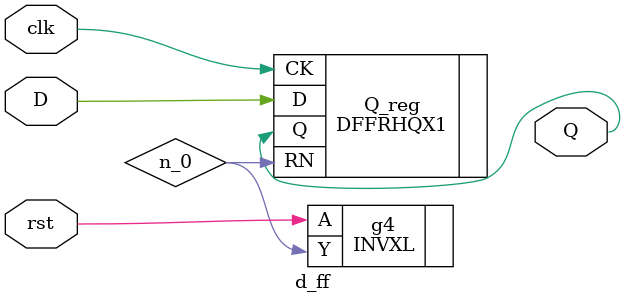
<source format=v>


// Verification Directory fv/d_ff 

module d_ff(Q, D, clk, rst);
  input D, clk, rst;
  output Q;
  wire D, clk, rst;
  wire Q;
  wire n_0;
  DFFRHQX1 Q_reg(.RN (n_0), .CK (clk), .D (D), .Q (Q));
  INVXL g4(.A (rst), .Y (n_0));
endmodule


</source>
